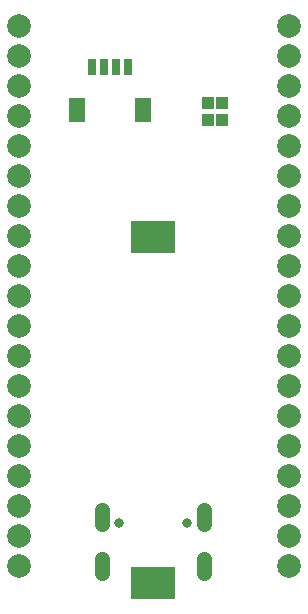
<source format=gbr>
G04 EAGLE Gerber RS-274X export*
G75*
%MOMM*%
%FSLAX34Y34*%
%LPD*%
%INSoldermask Bottom*%
%IPPOS*%
%AMOC8*
5,1,8,0,0,1.08239X$1,22.5*%
G01*
%ADD10C,2.006600*%
%ADD11C,1.285000*%
%ADD12C,0.827000*%
%ADD13R,3.727000X2.727000*%
%ADD14R,0.977000X1.077000*%
%ADD15R,1.327000X2.127000*%
%ADD16R,0.727000X1.477000*%


D10*
X10000Y29000D03*
X10000Y54400D03*
X10000Y79800D03*
X10000Y105200D03*
X10000Y130600D03*
X10000Y156000D03*
X10000Y181400D03*
X10000Y206800D03*
X10000Y232200D03*
X10000Y257600D03*
X10000Y283000D03*
X10000Y308400D03*
X10000Y333800D03*
X10000Y359200D03*
X10000Y384600D03*
X10000Y410000D03*
X10000Y435400D03*
X10000Y460800D03*
X10000Y486200D03*
X238300Y29000D03*
X238300Y54400D03*
X238300Y79800D03*
X238300Y105200D03*
X238300Y130600D03*
X238300Y156000D03*
X238300Y181400D03*
X238300Y206800D03*
X238300Y232200D03*
X238300Y257600D03*
X238300Y283000D03*
X238300Y308400D03*
X238300Y333800D03*
X238300Y359200D03*
X238300Y384600D03*
X238300Y410000D03*
X238300Y435400D03*
X238300Y460800D03*
X238300Y486200D03*
D11*
X79800Y76590D02*
X79800Y65010D01*
X166200Y65010D02*
X166200Y76590D01*
X79800Y34790D02*
X79800Y23210D01*
X166200Y23210D02*
X166200Y34790D01*
D12*
X94100Y65500D03*
X151900Y65500D03*
D13*
X123000Y14500D03*
X123000Y307500D03*
D14*
X181750Y421250D03*
X181750Y406750D03*
X170250Y406750D03*
X170250Y421250D03*
D15*
X115000Y415250D03*
X59000Y415250D03*
D16*
X102000Y452000D03*
X92000Y452000D03*
X82000Y452000D03*
X72000Y452000D03*
M02*

</source>
